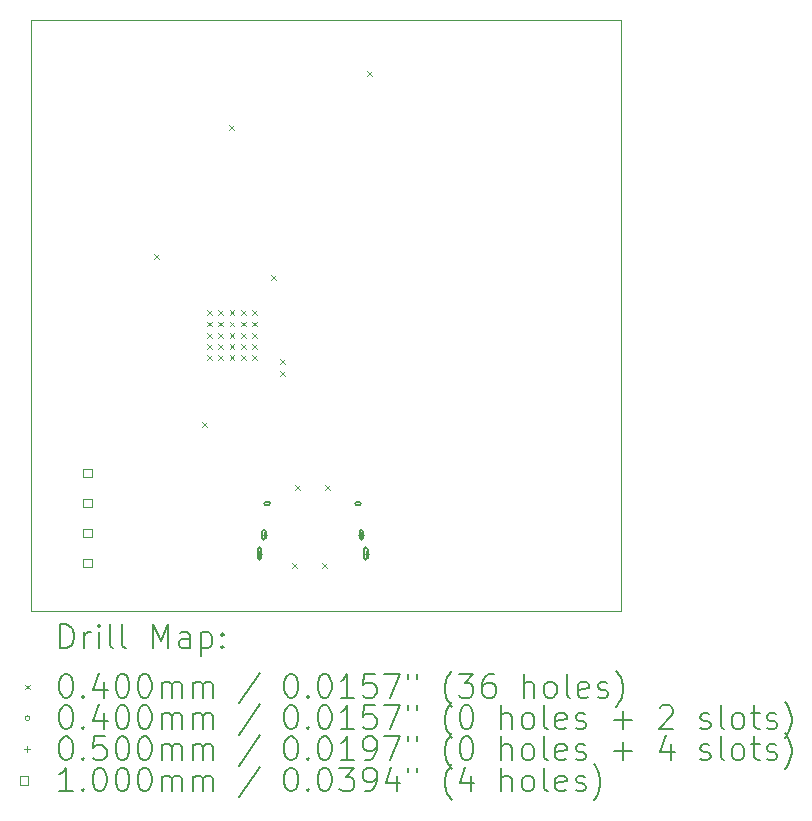
<source format=gbr>
%FSLAX45Y45*%
G04 Gerber Fmt 4.5, Leading zero omitted, Abs format (unit mm)*
G04 Created by KiCad (PCBNEW (6.0.1)) date 2022-02-16 12:21:29*
%MOMM*%
%LPD*%
G01*
G04 APERTURE LIST*
%TA.AperFunction,Profile*%
%ADD10C,0.100000*%
%TD*%
%ADD11C,0.200000*%
%ADD12C,0.040000*%
%ADD13C,0.050000*%
%ADD14C,0.100000*%
G04 APERTURE END LIST*
D10*
X10922000Y-5588000D02*
X15922000Y-5591800D01*
X10922000Y-10588000D02*
X10922000Y-5588000D01*
X15922000Y-10591800D02*
X15922000Y-5591800D01*
X10922000Y-10591800D02*
X15922000Y-10591800D01*
D11*
D12*
X11968800Y-7574600D02*
X12008800Y-7614600D01*
X12008800Y-7574600D02*
X11968800Y-7614600D01*
X12375200Y-8997000D02*
X12415200Y-9037000D01*
X12415200Y-8997000D02*
X12375200Y-9037000D01*
X12416975Y-8048175D02*
X12456975Y-8088175D01*
X12456975Y-8048175D02*
X12416975Y-8088175D01*
X12416975Y-8143175D02*
X12456975Y-8183175D01*
X12456975Y-8143175D02*
X12416975Y-8183175D01*
X12416975Y-8238175D02*
X12456975Y-8278175D01*
X12456975Y-8238175D02*
X12416975Y-8278175D01*
X12416975Y-8333175D02*
X12456975Y-8373175D01*
X12456975Y-8333175D02*
X12416975Y-8373175D01*
X12416975Y-8428175D02*
X12456975Y-8468175D01*
X12456975Y-8428175D02*
X12416975Y-8468175D01*
X12511975Y-8048175D02*
X12551975Y-8088175D01*
X12551975Y-8048175D02*
X12511975Y-8088175D01*
X12511975Y-8143175D02*
X12551975Y-8183175D01*
X12551975Y-8143175D02*
X12511975Y-8183175D01*
X12511975Y-8238175D02*
X12551975Y-8278175D01*
X12551975Y-8238175D02*
X12511975Y-8278175D01*
X12511975Y-8333175D02*
X12551975Y-8373175D01*
X12551975Y-8333175D02*
X12511975Y-8373175D01*
X12511975Y-8428175D02*
X12551975Y-8468175D01*
X12551975Y-8428175D02*
X12511975Y-8468175D01*
X12603800Y-6482400D02*
X12643800Y-6522400D01*
X12643800Y-6482400D02*
X12603800Y-6522400D01*
X12606975Y-8048175D02*
X12646975Y-8088175D01*
X12646975Y-8048175D02*
X12606975Y-8088175D01*
X12606975Y-8143175D02*
X12646975Y-8183175D01*
X12646975Y-8143175D02*
X12606975Y-8183175D01*
X12606975Y-8238175D02*
X12646975Y-8278175D01*
X12646975Y-8238175D02*
X12606975Y-8278175D01*
X12606975Y-8333175D02*
X12646975Y-8373175D01*
X12646975Y-8333175D02*
X12606975Y-8373175D01*
X12606975Y-8428175D02*
X12646975Y-8468175D01*
X12646975Y-8428175D02*
X12606975Y-8468175D01*
X12701975Y-8048175D02*
X12741975Y-8088175D01*
X12741975Y-8048175D02*
X12701975Y-8088175D01*
X12701975Y-8143175D02*
X12741975Y-8183175D01*
X12741975Y-8143175D02*
X12701975Y-8183175D01*
X12701975Y-8238175D02*
X12741975Y-8278175D01*
X12741975Y-8238175D02*
X12701975Y-8278175D01*
X12701975Y-8333175D02*
X12741975Y-8373175D01*
X12741975Y-8333175D02*
X12701975Y-8373175D01*
X12701975Y-8428175D02*
X12741975Y-8468175D01*
X12741975Y-8428175D02*
X12701975Y-8468175D01*
X12796975Y-8048175D02*
X12836975Y-8088175D01*
X12836975Y-8048175D02*
X12796975Y-8088175D01*
X12796975Y-8143175D02*
X12836975Y-8183175D01*
X12836975Y-8143175D02*
X12796975Y-8183175D01*
X12796975Y-8238175D02*
X12836975Y-8278175D01*
X12836975Y-8238175D02*
X12796975Y-8278175D01*
X12796975Y-8333175D02*
X12836975Y-8373175D01*
X12836975Y-8333175D02*
X12796975Y-8373175D01*
X12796975Y-8428175D02*
X12836975Y-8468175D01*
X12836975Y-8428175D02*
X12796975Y-8468175D01*
X12959400Y-7752400D02*
X12999400Y-7792400D01*
X12999400Y-7752400D02*
X12959400Y-7792400D01*
X13035600Y-8463600D02*
X13075600Y-8503600D01*
X13075600Y-8463600D02*
X13035600Y-8503600D01*
X13035600Y-8565200D02*
X13075600Y-8605200D01*
X13075600Y-8565200D02*
X13035600Y-8605200D01*
X13137200Y-10190800D02*
X13177200Y-10230800D01*
X13177200Y-10190800D02*
X13137200Y-10230800D01*
X13162600Y-9530400D02*
X13202600Y-9570400D01*
X13202600Y-9530400D02*
X13162600Y-9570400D01*
X13391200Y-10190800D02*
X13431200Y-10230800D01*
X13431200Y-10190800D02*
X13391200Y-10230800D01*
X13416600Y-9530400D02*
X13456600Y-9570400D01*
X13456600Y-9530400D02*
X13416600Y-9570400D01*
X13772200Y-6025200D02*
X13812200Y-6065200D01*
X13812200Y-6025200D02*
X13772200Y-6065200D01*
X12945100Y-9681400D02*
G75*
G03*
X12945100Y-9681400I-20000J0D01*
G01*
D11*
X12907250Y-9691400D02*
X12942950Y-9691400D01*
X12907250Y-9671400D02*
X12942950Y-9671400D01*
X12942950Y-9691400D02*
G75*
G03*
X12942950Y-9671400I0J10000D01*
G01*
X12907250Y-9671400D02*
G75*
G03*
X12907250Y-9691400I0J-10000D01*
G01*
D12*
X13714100Y-9681400D02*
G75*
G03*
X13714100Y-9681400I-20000J0D01*
G01*
D11*
X13676250Y-9691400D02*
X13711950Y-9691400D01*
X13676250Y-9671400D02*
X13711950Y-9671400D01*
X13711950Y-9691400D02*
G75*
G03*
X13711950Y-9671400I0J10000D01*
G01*
X13676250Y-9671400D02*
G75*
G03*
X13676250Y-9691400I0J-10000D01*
G01*
D13*
X12859600Y-10082400D02*
X12859600Y-10132400D01*
X12834600Y-10107400D02*
X12884600Y-10107400D01*
D11*
X12844600Y-10067400D02*
X12844600Y-10147400D01*
X12874600Y-10067400D02*
X12874600Y-10147400D01*
X12844600Y-10147400D02*
G75*
G03*
X12874600Y-10147400I15000J0D01*
G01*
X12874600Y-10067400D02*
G75*
G03*
X12844600Y-10067400I-15000J0D01*
G01*
D13*
X12897100Y-9922400D02*
X12897100Y-9972400D01*
X12872100Y-9947400D02*
X12922100Y-9947400D01*
D11*
X12882100Y-9917400D02*
X12882100Y-9977400D01*
X12912100Y-9917400D02*
X12912100Y-9977400D01*
X12882100Y-9977400D02*
G75*
G03*
X12912100Y-9977400I15000J0D01*
G01*
X12912100Y-9917400D02*
G75*
G03*
X12882100Y-9917400I-15000J0D01*
G01*
D13*
X13722100Y-9922400D02*
X13722100Y-9972400D01*
X13697100Y-9947400D02*
X13747100Y-9947400D01*
D11*
X13707100Y-9917400D02*
X13707100Y-9977400D01*
X13737100Y-9917400D02*
X13737100Y-9977400D01*
X13707100Y-9977400D02*
G75*
G03*
X13737100Y-9977400I15000J0D01*
G01*
X13737100Y-9917400D02*
G75*
G03*
X13707100Y-9917400I-15000J0D01*
G01*
D13*
X13759600Y-10082400D02*
X13759600Y-10132400D01*
X13734600Y-10107400D02*
X13784600Y-10107400D01*
D11*
X13744600Y-10067400D02*
X13744600Y-10147400D01*
X13774600Y-10067400D02*
X13774600Y-10147400D01*
X13744600Y-10147400D02*
G75*
G03*
X13774600Y-10147400I15000J0D01*
G01*
X13774600Y-10067400D02*
G75*
G03*
X13744600Y-10067400I-15000J0D01*
G01*
D14*
X11439956Y-9459756D02*
X11439956Y-9389044D01*
X11369244Y-9389044D01*
X11369244Y-9459756D01*
X11439956Y-9459756D01*
X11439956Y-9713756D02*
X11439956Y-9643044D01*
X11369244Y-9643044D01*
X11369244Y-9713756D01*
X11439956Y-9713756D01*
X11439956Y-9967756D02*
X11439956Y-9897044D01*
X11369244Y-9897044D01*
X11369244Y-9967756D01*
X11439956Y-9967756D01*
X11439956Y-10221756D02*
X11439956Y-10151044D01*
X11369244Y-10151044D01*
X11369244Y-10221756D01*
X11439956Y-10221756D01*
D11*
X11174619Y-10907276D02*
X11174619Y-10707276D01*
X11222238Y-10707276D01*
X11250809Y-10716800D01*
X11269857Y-10735848D01*
X11279381Y-10754895D01*
X11288905Y-10792990D01*
X11288905Y-10821562D01*
X11279381Y-10859657D01*
X11269857Y-10878705D01*
X11250809Y-10897752D01*
X11222238Y-10907276D01*
X11174619Y-10907276D01*
X11374619Y-10907276D02*
X11374619Y-10773943D01*
X11374619Y-10812038D02*
X11384143Y-10792990D01*
X11393667Y-10783467D01*
X11412714Y-10773943D01*
X11431762Y-10773943D01*
X11498428Y-10907276D02*
X11498428Y-10773943D01*
X11498428Y-10707276D02*
X11488905Y-10716800D01*
X11498428Y-10726324D01*
X11507952Y-10716800D01*
X11498428Y-10707276D01*
X11498428Y-10726324D01*
X11622238Y-10907276D02*
X11603190Y-10897752D01*
X11593667Y-10878705D01*
X11593667Y-10707276D01*
X11727000Y-10907276D02*
X11707952Y-10897752D01*
X11698428Y-10878705D01*
X11698428Y-10707276D01*
X11955571Y-10907276D02*
X11955571Y-10707276D01*
X12022238Y-10850133D01*
X12088905Y-10707276D01*
X12088905Y-10907276D01*
X12269857Y-10907276D02*
X12269857Y-10802514D01*
X12260333Y-10783467D01*
X12241286Y-10773943D01*
X12203190Y-10773943D01*
X12184143Y-10783467D01*
X12269857Y-10897752D02*
X12250809Y-10907276D01*
X12203190Y-10907276D01*
X12184143Y-10897752D01*
X12174619Y-10878705D01*
X12174619Y-10859657D01*
X12184143Y-10840610D01*
X12203190Y-10831086D01*
X12250809Y-10831086D01*
X12269857Y-10821562D01*
X12365095Y-10773943D02*
X12365095Y-10973943D01*
X12365095Y-10783467D02*
X12384143Y-10773943D01*
X12422238Y-10773943D01*
X12441286Y-10783467D01*
X12450809Y-10792990D01*
X12460333Y-10812038D01*
X12460333Y-10869181D01*
X12450809Y-10888229D01*
X12441286Y-10897752D01*
X12422238Y-10907276D01*
X12384143Y-10907276D01*
X12365095Y-10897752D01*
X12546048Y-10888229D02*
X12555571Y-10897752D01*
X12546048Y-10907276D01*
X12536524Y-10897752D01*
X12546048Y-10888229D01*
X12546048Y-10907276D01*
X12546048Y-10783467D02*
X12555571Y-10792990D01*
X12546048Y-10802514D01*
X12536524Y-10792990D01*
X12546048Y-10783467D01*
X12546048Y-10802514D01*
D12*
X10877000Y-11216800D02*
X10917000Y-11256800D01*
X10917000Y-11216800D02*
X10877000Y-11256800D01*
D11*
X11212714Y-11127276D02*
X11231762Y-11127276D01*
X11250809Y-11136800D01*
X11260333Y-11146324D01*
X11269857Y-11165371D01*
X11279381Y-11203467D01*
X11279381Y-11251086D01*
X11269857Y-11289181D01*
X11260333Y-11308228D01*
X11250809Y-11317752D01*
X11231762Y-11327276D01*
X11212714Y-11327276D01*
X11193667Y-11317752D01*
X11184143Y-11308228D01*
X11174619Y-11289181D01*
X11165095Y-11251086D01*
X11165095Y-11203467D01*
X11174619Y-11165371D01*
X11184143Y-11146324D01*
X11193667Y-11136800D01*
X11212714Y-11127276D01*
X11365095Y-11308228D02*
X11374619Y-11317752D01*
X11365095Y-11327276D01*
X11355571Y-11317752D01*
X11365095Y-11308228D01*
X11365095Y-11327276D01*
X11546048Y-11193943D02*
X11546048Y-11327276D01*
X11498428Y-11117752D02*
X11450809Y-11260609D01*
X11574619Y-11260609D01*
X11688905Y-11127276D02*
X11707952Y-11127276D01*
X11727000Y-11136800D01*
X11736524Y-11146324D01*
X11746048Y-11165371D01*
X11755571Y-11203467D01*
X11755571Y-11251086D01*
X11746048Y-11289181D01*
X11736524Y-11308228D01*
X11727000Y-11317752D01*
X11707952Y-11327276D01*
X11688905Y-11327276D01*
X11669857Y-11317752D01*
X11660333Y-11308228D01*
X11650809Y-11289181D01*
X11641286Y-11251086D01*
X11641286Y-11203467D01*
X11650809Y-11165371D01*
X11660333Y-11146324D01*
X11669857Y-11136800D01*
X11688905Y-11127276D01*
X11879381Y-11127276D02*
X11898428Y-11127276D01*
X11917476Y-11136800D01*
X11927000Y-11146324D01*
X11936524Y-11165371D01*
X11946048Y-11203467D01*
X11946048Y-11251086D01*
X11936524Y-11289181D01*
X11927000Y-11308228D01*
X11917476Y-11317752D01*
X11898428Y-11327276D01*
X11879381Y-11327276D01*
X11860333Y-11317752D01*
X11850809Y-11308228D01*
X11841286Y-11289181D01*
X11831762Y-11251086D01*
X11831762Y-11203467D01*
X11841286Y-11165371D01*
X11850809Y-11146324D01*
X11860333Y-11136800D01*
X11879381Y-11127276D01*
X12031762Y-11327276D02*
X12031762Y-11193943D01*
X12031762Y-11212990D02*
X12041286Y-11203467D01*
X12060333Y-11193943D01*
X12088905Y-11193943D01*
X12107952Y-11203467D01*
X12117476Y-11222514D01*
X12117476Y-11327276D01*
X12117476Y-11222514D02*
X12127000Y-11203467D01*
X12146048Y-11193943D01*
X12174619Y-11193943D01*
X12193667Y-11203467D01*
X12203190Y-11222514D01*
X12203190Y-11327276D01*
X12298428Y-11327276D02*
X12298428Y-11193943D01*
X12298428Y-11212990D02*
X12307952Y-11203467D01*
X12327000Y-11193943D01*
X12355571Y-11193943D01*
X12374619Y-11203467D01*
X12384143Y-11222514D01*
X12384143Y-11327276D01*
X12384143Y-11222514D02*
X12393667Y-11203467D01*
X12412714Y-11193943D01*
X12441286Y-11193943D01*
X12460333Y-11203467D01*
X12469857Y-11222514D01*
X12469857Y-11327276D01*
X12860333Y-11117752D02*
X12688905Y-11374895D01*
X13117476Y-11127276D02*
X13136524Y-11127276D01*
X13155571Y-11136800D01*
X13165095Y-11146324D01*
X13174619Y-11165371D01*
X13184143Y-11203467D01*
X13184143Y-11251086D01*
X13174619Y-11289181D01*
X13165095Y-11308228D01*
X13155571Y-11317752D01*
X13136524Y-11327276D01*
X13117476Y-11327276D01*
X13098428Y-11317752D01*
X13088905Y-11308228D01*
X13079381Y-11289181D01*
X13069857Y-11251086D01*
X13069857Y-11203467D01*
X13079381Y-11165371D01*
X13088905Y-11146324D01*
X13098428Y-11136800D01*
X13117476Y-11127276D01*
X13269857Y-11308228D02*
X13279381Y-11317752D01*
X13269857Y-11327276D01*
X13260333Y-11317752D01*
X13269857Y-11308228D01*
X13269857Y-11327276D01*
X13403190Y-11127276D02*
X13422238Y-11127276D01*
X13441286Y-11136800D01*
X13450809Y-11146324D01*
X13460333Y-11165371D01*
X13469857Y-11203467D01*
X13469857Y-11251086D01*
X13460333Y-11289181D01*
X13450809Y-11308228D01*
X13441286Y-11317752D01*
X13422238Y-11327276D01*
X13403190Y-11327276D01*
X13384143Y-11317752D01*
X13374619Y-11308228D01*
X13365095Y-11289181D01*
X13355571Y-11251086D01*
X13355571Y-11203467D01*
X13365095Y-11165371D01*
X13374619Y-11146324D01*
X13384143Y-11136800D01*
X13403190Y-11127276D01*
X13660333Y-11327276D02*
X13546048Y-11327276D01*
X13603190Y-11327276D02*
X13603190Y-11127276D01*
X13584143Y-11155848D01*
X13565095Y-11174895D01*
X13546048Y-11184419D01*
X13841286Y-11127276D02*
X13746048Y-11127276D01*
X13736524Y-11222514D01*
X13746048Y-11212990D01*
X13765095Y-11203467D01*
X13812714Y-11203467D01*
X13831762Y-11212990D01*
X13841286Y-11222514D01*
X13850809Y-11241562D01*
X13850809Y-11289181D01*
X13841286Y-11308228D01*
X13831762Y-11317752D01*
X13812714Y-11327276D01*
X13765095Y-11327276D01*
X13746048Y-11317752D01*
X13736524Y-11308228D01*
X13917476Y-11127276D02*
X14050809Y-11127276D01*
X13965095Y-11327276D01*
X14117476Y-11127276D02*
X14117476Y-11165371D01*
X14193667Y-11127276D02*
X14193667Y-11165371D01*
X14488905Y-11403467D02*
X14479381Y-11393943D01*
X14460333Y-11365371D01*
X14450809Y-11346324D01*
X14441286Y-11317752D01*
X14431762Y-11270133D01*
X14431762Y-11232038D01*
X14441286Y-11184419D01*
X14450809Y-11155848D01*
X14460333Y-11136800D01*
X14479381Y-11108229D01*
X14488905Y-11098705D01*
X14546048Y-11127276D02*
X14669857Y-11127276D01*
X14603190Y-11203467D01*
X14631762Y-11203467D01*
X14650809Y-11212990D01*
X14660333Y-11222514D01*
X14669857Y-11241562D01*
X14669857Y-11289181D01*
X14660333Y-11308228D01*
X14650809Y-11317752D01*
X14631762Y-11327276D01*
X14574619Y-11327276D01*
X14555571Y-11317752D01*
X14546048Y-11308228D01*
X14841286Y-11127276D02*
X14803190Y-11127276D01*
X14784143Y-11136800D01*
X14774619Y-11146324D01*
X14755571Y-11174895D01*
X14746048Y-11212990D01*
X14746048Y-11289181D01*
X14755571Y-11308228D01*
X14765095Y-11317752D01*
X14784143Y-11327276D01*
X14822238Y-11327276D01*
X14841286Y-11317752D01*
X14850809Y-11308228D01*
X14860333Y-11289181D01*
X14860333Y-11241562D01*
X14850809Y-11222514D01*
X14841286Y-11212990D01*
X14822238Y-11203467D01*
X14784143Y-11203467D01*
X14765095Y-11212990D01*
X14755571Y-11222514D01*
X14746048Y-11241562D01*
X15098428Y-11327276D02*
X15098428Y-11127276D01*
X15184143Y-11327276D02*
X15184143Y-11222514D01*
X15174619Y-11203467D01*
X15155571Y-11193943D01*
X15127000Y-11193943D01*
X15107952Y-11203467D01*
X15098428Y-11212990D01*
X15307952Y-11327276D02*
X15288905Y-11317752D01*
X15279381Y-11308228D01*
X15269857Y-11289181D01*
X15269857Y-11232038D01*
X15279381Y-11212990D01*
X15288905Y-11203467D01*
X15307952Y-11193943D01*
X15336524Y-11193943D01*
X15355571Y-11203467D01*
X15365095Y-11212990D01*
X15374619Y-11232038D01*
X15374619Y-11289181D01*
X15365095Y-11308228D01*
X15355571Y-11317752D01*
X15336524Y-11327276D01*
X15307952Y-11327276D01*
X15488905Y-11327276D02*
X15469857Y-11317752D01*
X15460333Y-11298705D01*
X15460333Y-11127276D01*
X15641286Y-11317752D02*
X15622238Y-11327276D01*
X15584143Y-11327276D01*
X15565095Y-11317752D01*
X15555571Y-11298705D01*
X15555571Y-11222514D01*
X15565095Y-11203467D01*
X15584143Y-11193943D01*
X15622238Y-11193943D01*
X15641286Y-11203467D01*
X15650809Y-11222514D01*
X15650809Y-11241562D01*
X15555571Y-11260609D01*
X15727000Y-11317752D02*
X15746048Y-11327276D01*
X15784143Y-11327276D01*
X15803190Y-11317752D01*
X15812714Y-11298705D01*
X15812714Y-11289181D01*
X15803190Y-11270133D01*
X15784143Y-11260609D01*
X15755571Y-11260609D01*
X15736524Y-11251086D01*
X15727000Y-11232038D01*
X15727000Y-11222514D01*
X15736524Y-11203467D01*
X15755571Y-11193943D01*
X15784143Y-11193943D01*
X15803190Y-11203467D01*
X15879381Y-11403467D02*
X15888905Y-11393943D01*
X15907952Y-11365371D01*
X15917476Y-11346324D01*
X15927000Y-11317752D01*
X15936524Y-11270133D01*
X15936524Y-11232038D01*
X15927000Y-11184419D01*
X15917476Y-11155848D01*
X15907952Y-11136800D01*
X15888905Y-11108229D01*
X15879381Y-11098705D01*
D12*
X10917000Y-11500800D02*
G75*
G03*
X10917000Y-11500800I-20000J0D01*
G01*
D11*
X11212714Y-11391276D02*
X11231762Y-11391276D01*
X11250809Y-11400800D01*
X11260333Y-11410324D01*
X11269857Y-11429371D01*
X11279381Y-11467467D01*
X11279381Y-11515086D01*
X11269857Y-11553181D01*
X11260333Y-11572228D01*
X11250809Y-11581752D01*
X11231762Y-11591276D01*
X11212714Y-11591276D01*
X11193667Y-11581752D01*
X11184143Y-11572228D01*
X11174619Y-11553181D01*
X11165095Y-11515086D01*
X11165095Y-11467467D01*
X11174619Y-11429371D01*
X11184143Y-11410324D01*
X11193667Y-11400800D01*
X11212714Y-11391276D01*
X11365095Y-11572228D02*
X11374619Y-11581752D01*
X11365095Y-11591276D01*
X11355571Y-11581752D01*
X11365095Y-11572228D01*
X11365095Y-11591276D01*
X11546048Y-11457943D02*
X11546048Y-11591276D01*
X11498428Y-11381752D02*
X11450809Y-11524609D01*
X11574619Y-11524609D01*
X11688905Y-11391276D02*
X11707952Y-11391276D01*
X11727000Y-11400800D01*
X11736524Y-11410324D01*
X11746048Y-11429371D01*
X11755571Y-11467467D01*
X11755571Y-11515086D01*
X11746048Y-11553181D01*
X11736524Y-11572228D01*
X11727000Y-11581752D01*
X11707952Y-11591276D01*
X11688905Y-11591276D01*
X11669857Y-11581752D01*
X11660333Y-11572228D01*
X11650809Y-11553181D01*
X11641286Y-11515086D01*
X11641286Y-11467467D01*
X11650809Y-11429371D01*
X11660333Y-11410324D01*
X11669857Y-11400800D01*
X11688905Y-11391276D01*
X11879381Y-11391276D02*
X11898428Y-11391276D01*
X11917476Y-11400800D01*
X11927000Y-11410324D01*
X11936524Y-11429371D01*
X11946048Y-11467467D01*
X11946048Y-11515086D01*
X11936524Y-11553181D01*
X11927000Y-11572228D01*
X11917476Y-11581752D01*
X11898428Y-11591276D01*
X11879381Y-11591276D01*
X11860333Y-11581752D01*
X11850809Y-11572228D01*
X11841286Y-11553181D01*
X11831762Y-11515086D01*
X11831762Y-11467467D01*
X11841286Y-11429371D01*
X11850809Y-11410324D01*
X11860333Y-11400800D01*
X11879381Y-11391276D01*
X12031762Y-11591276D02*
X12031762Y-11457943D01*
X12031762Y-11476990D02*
X12041286Y-11467467D01*
X12060333Y-11457943D01*
X12088905Y-11457943D01*
X12107952Y-11467467D01*
X12117476Y-11486514D01*
X12117476Y-11591276D01*
X12117476Y-11486514D02*
X12127000Y-11467467D01*
X12146048Y-11457943D01*
X12174619Y-11457943D01*
X12193667Y-11467467D01*
X12203190Y-11486514D01*
X12203190Y-11591276D01*
X12298428Y-11591276D02*
X12298428Y-11457943D01*
X12298428Y-11476990D02*
X12307952Y-11467467D01*
X12327000Y-11457943D01*
X12355571Y-11457943D01*
X12374619Y-11467467D01*
X12384143Y-11486514D01*
X12384143Y-11591276D01*
X12384143Y-11486514D02*
X12393667Y-11467467D01*
X12412714Y-11457943D01*
X12441286Y-11457943D01*
X12460333Y-11467467D01*
X12469857Y-11486514D01*
X12469857Y-11591276D01*
X12860333Y-11381752D02*
X12688905Y-11638895D01*
X13117476Y-11391276D02*
X13136524Y-11391276D01*
X13155571Y-11400800D01*
X13165095Y-11410324D01*
X13174619Y-11429371D01*
X13184143Y-11467467D01*
X13184143Y-11515086D01*
X13174619Y-11553181D01*
X13165095Y-11572228D01*
X13155571Y-11581752D01*
X13136524Y-11591276D01*
X13117476Y-11591276D01*
X13098428Y-11581752D01*
X13088905Y-11572228D01*
X13079381Y-11553181D01*
X13069857Y-11515086D01*
X13069857Y-11467467D01*
X13079381Y-11429371D01*
X13088905Y-11410324D01*
X13098428Y-11400800D01*
X13117476Y-11391276D01*
X13269857Y-11572228D02*
X13279381Y-11581752D01*
X13269857Y-11591276D01*
X13260333Y-11581752D01*
X13269857Y-11572228D01*
X13269857Y-11591276D01*
X13403190Y-11391276D02*
X13422238Y-11391276D01*
X13441286Y-11400800D01*
X13450809Y-11410324D01*
X13460333Y-11429371D01*
X13469857Y-11467467D01*
X13469857Y-11515086D01*
X13460333Y-11553181D01*
X13450809Y-11572228D01*
X13441286Y-11581752D01*
X13422238Y-11591276D01*
X13403190Y-11591276D01*
X13384143Y-11581752D01*
X13374619Y-11572228D01*
X13365095Y-11553181D01*
X13355571Y-11515086D01*
X13355571Y-11467467D01*
X13365095Y-11429371D01*
X13374619Y-11410324D01*
X13384143Y-11400800D01*
X13403190Y-11391276D01*
X13660333Y-11591276D02*
X13546048Y-11591276D01*
X13603190Y-11591276D02*
X13603190Y-11391276D01*
X13584143Y-11419848D01*
X13565095Y-11438895D01*
X13546048Y-11448419D01*
X13841286Y-11391276D02*
X13746048Y-11391276D01*
X13736524Y-11486514D01*
X13746048Y-11476990D01*
X13765095Y-11467467D01*
X13812714Y-11467467D01*
X13831762Y-11476990D01*
X13841286Y-11486514D01*
X13850809Y-11505562D01*
X13850809Y-11553181D01*
X13841286Y-11572228D01*
X13831762Y-11581752D01*
X13812714Y-11591276D01*
X13765095Y-11591276D01*
X13746048Y-11581752D01*
X13736524Y-11572228D01*
X13917476Y-11391276D02*
X14050809Y-11391276D01*
X13965095Y-11591276D01*
X14117476Y-11391276D02*
X14117476Y-11429371D01*
X14193667Y-11391276D02*
X14193667Y-11429371D01*
X14488905Y-11667467D02*
X14479381Y-11657943D01*
X14460333Y-11629371D01*
X14450809Y-11610324D01*
X14441286Y-11581752D01*
X14431762Y-11534133D01*
X14431762Y-11496038D01*
X14441286Y-11448419D01*
X14450809Y-11419848D01*
X14460333Y-11400800D01*
X14479381Y-11372228D01*
X14488905Y-11362705D01*
X14603190Y-11391276D02*
X14622238Y-11391276D01*
X14641286Y-11400800D01*
X14650809Y-11410324D01*
X14660333Y-11429371D01*
X14669857Y-11467467D01*
X14669857Y-11515086D01*
X14660333Y-11553181D01*
X14650809Y-11572228D01*
X14641286Y-11581752D01*
X14622238Y-11591276D01*
X14603190Y-11591276D01*
X14584143Y-11581752D01*
X14574619Y-11572228D01*
X14565095Y-11553181D01*
X14555571Y-11515086D01*
X14555571Y-11467467D01*
X14565095Y-11429371D01*
X14574619Y-11410324D01*
X14584143Y-11400800D01*
X14603190Y-11391276D01*
X14907952Y-11591276D02*
X14907952Y-11391276D01*
X14993667Y-11591276D02*
X14993667Y-11486514D01*
X14984143Y-11467467D01*
X14965095Y-11457943D01*
X14936524Y-11457943D01*
X14917476Y-11467467D01*
X14907952Y-11476990D01*
X15117476Y-11591276D02*
X15098428Y-11581752D01*
X15088905Y-11572228D01*
X15079381Y-11553181D01*
X15079381Y-11496038D01*
X15088905Y-11476990D01*
X15098428Y-11467467D01*
X15117476Y-11457943D01*
X15146048Y-11457943D01*
X15165095Y-11467467D01*
X15174619Y-11476990D01*
X15184143Y-11496038D01*
X15184143Y-11553181D01*
X15174619Y-11572228D01*
X15165095Y-11581752D01*
X15146048Y-11591276D01*
X15117476Y-11591276D01*
X15298428Y-11591276D02*
X15279381Y-11581752D01*
X15269857Y-11562705D01*
X15269857Y-11391276D01*
X15450809Y-11581752D02*
X15431762Y-11591276D01*
X15393667Y-11591276D01*
X15374619Y-11581752D01*
X15365095Y-11562705D01*
X15365095Y-11486514D01*
X15374619Y-11467467D01*
X15393667Y-11457943D01*
X15431762Y-11457943D01*
X15450809Y-11467467D01*
X15460333Y-11486514D01*
X15460333Y-11505562D01*
X15365095Y-11524609D01*
X15536524Y-11581752D02*
X15555571Y-11591276D01*
X15593667Y-11591276D01*
X15612714Y-11581752D01*
X15622238Y-11562705D01*
X15622238Y-11553181D01*
X15612714Y-11534133D01*
X15593667Y-11524609D01*
X15565095Y-11524609D01*
X15546048Y-11515086D01*
X15536524Y-11496038D01*
X15536524Y-11486514D01*
X15546048Y-11467467D01*
X15565095Y-11457943D01*
X15593667Y-11457943D01*
X15612714Y-11467467D01*
X15860333Y-11515086D02*
X16012714Y-11515086D01*
X15936524Y-11591276D02*
X15936524Y-11438895D01*
X16250809Y-11410324D02*
X16260333Y-11400800D01*
X16279381Y-11391276D01*
X16327000Y-11391276D01*
X16346048Y-11400800D01*
X16355571Y-11410324D01*
X16365095Y-11429371D01*
X16365095Y-11448419D01*
X16355571Y-11476990D01*
X16241286Y-11591276D01*
X16365095Y-11591276D01*
X16593667Y-11581752D02*
X16612714Y-11591276D01*
X16650809Y-11591276D01*
X16669857Y-11581752D01*
X16679381Y-11562705D01*
X16679381Y-11553181D01*
X16669857Y-11534133D01*
X16650809Y-11524609D01*
X16622238Y-11524609D01*
X16603190Y-11515086D01*
X16593667Y-11496038D01*
X16593667Y-11486514D01*
X16603190Y-11467467D01*
X16622238Y-11457943D01*
X16650809Y-11457943D01*
X16669857Y-11467467D01*
X16793667Y-11591276D02*
X16774619Y-11581752D01*
X16765095Y-11562705D01*
X16765095Y-11391276D01*
X16898429Y-11591276D02*
X16879381Y-11581752D01*
X16869857Y-11572228D01*
X16860333Y-11553181D01*
X16860333Y-11496038D01*
X16869857Y-11476990D01*
X16879381Y-11467467D01*
X16898429Y-11457943D01*
X16927000Y-11457943D01*
X16946048Y-11467467D01*
X16955571Y-11476990D01*
X16965095Y-11496038D01*
X16965095Y-11553181D01*
X16955571Y-11572228D01*
X16946048Y-11581752D01*
X16927000Y-11591276D01*
X16898429Y-11591276D01*
X17022238Y-11457943D02*
X17098429Y-11457943D01*
X17050810Y-11391276D02*
X17050810Y-11562705D01*
X17060333Y-11581752D01*
X17079381Y-11591276D01*
X17098429Y-11591276D01*
X17155571Y-11581752D02*
X17174619Y-11591276D01*
X17212714Y-11591276D01*
X17231762Y-11581752D01*
X17241286Y-11562705D01*
X17241286Y-11553181D01*
X17231762Y-11534133D01*
X17212714Y-11524609D01*
X17184143Y-11524609D01*
X17165095Y-11515086D01*
X17155571Y-11496038D01*
X17155571Y-11486514D01*
X17165095Y-11467467D01*
X17184143Y-11457943D01*
X17212714Y-11457943D01*
X17231762Y-11467467D01*
X17307952Y-11667467D02*
X17317476Y-11657943D01*
X17336524Y-11629371D01*
X17346048Y-11610324D01*
X17355571Y-11581752D01*
X17365095Y-11534133D01*
X17365095Y-11496038D01*
X17355571Y-11448419D01*
X17346048Y-11419848D01*
X17336524Y-11400800D01*
X17317476Y-11372228D01*
X17307952Y-11362705D01*
D13*
X10892000Y-11739800D02*
X10892000Y-11789800D01*
X10867000Y-11764800D02*
X10917000Y-11764800D01*
D11*
X11212714Y-11655276D02*
X11231762Y-11655276D01*
X11250809Y-11664800D01*
X11260333Y-11674324D01*
X11269857Y-11693371D01*
X11279381Y-11731467D01*
X11279381Y-11779086D01*
X11269857Y-11817181D01*
X11260333Y-11836228D01*
X11250809Y-11845752D01*
X11231762Y-11855276D01*
X11212714Y-11855276D01*
X11193667Y-11845752D01*
X11184143Y-11836228D01*
X11174619Y-11817181D01*
X11165095Y-11779086D01*
X11165095Y-11731467D01*
X11174619Y-11693371D01*
X11184143Y-11674324D01*
X11193667Y-11664800D01*
X11212714Y-11655276D01*
X11365095Y-11836228D02*
X11374619Y-11845752D01*
X11365095Y-11855276D01*
X11355571Y-11845752D01*
X11365095Y-11836228D01*
X11365095Y-11855276D01*
X11555571Y-11655276D02*
X11460333Y-11655276D01*
X11450809Y-11750514D01*
X11460333Y-11740990D01*
X11479381Y-11731467D01*
X11527000Y-11731467D01*
X11546048Y-11740990D01*
X11555571Y-11750514D01*
X11565095Y-11769562D01*
X11565095Y-11817181D01*
X11555571Y-11836228D01*
X11546048Y-11845752D01*
X11527000Y-11855276D01*
X11479381Y-11855276D01*
X11460333Y-11845752D01*
X11450809Y-11836228D01*
X11688905Y-11655276D02*
X11707952Y-11655276D01*
X11727000Y-11664800D01*
X11736524Y-11674324D01*
X11746048Y-11693371D01*
X11755571Y-11731467D01*
X11755571Y-11779086D01*
X11746048Y-11817181D01*
X11736524Y-11836228D01*
X11727000Y-11845752D01*
X11707952Y-11855276D01*
X11688905Y-11855276D01*
X11669857Y-11845752D01*
X11660333Y-11836228D01*
X11650809Y-11817181D01*
X11641286Y-11779086D01*
X11641286Y-11731467D01*
X11650809Y-11693371D01*
X11660333Y-11674324D01*
X11669857Y-11664800D01*
X11688905Y-11655276D01*
X11879381Y-11655276D02*
X11898428Y-11655276D01*
X11917476Y-11664800D01*
X11927000Y-11674324D01*
X11936524Y-11693371D01*
X11946048Y-11731467D01*
X11946048Y-11779086D01*
X11936524Y-11817181D01*
X11927000Y-11836228D01*
X11917476Y-11845752D01*
X11898428Y-11855276D01*
X11879381Y-11855276D01*
X11860333Y-11845752D01*
X11850809Y-11836228D01*
X11841286Y-11817181D01*
X11831762Y-11779086D01*
X11831762Y-11731467D01*
X11841286Y-11693371D01*
X11850809Y-11674324D01*
X11860333Y-11664800D01*
X11879381Y-11655276D01*
X12031762Y-11855276D02*
X12031762Y-11721943D01*
X12031762Y-11740990D02*
X12041286Y-11731467D01*
X12060333Y-11721943D01*
X12088905Y-11721943D01*
X12107952Y-11731467D01*
X12117476Y-11750514D01*
X12117476Y-11855276D01*
X12117476Y-11750514D02*
X12127000Y-11731467D01*
X12146048Y-11721943D01*
X12174619Y-11721943D01*
X12193667Y-11731467D01*
X12203190Y-11750514D01*
X12203190Y-11855276D01*
X12298428Y-11855276D02*
X12298428Y-11721943D01*
X12298428Y-11740990D02*
X12307952Y-11731467D01*
X12327000Y-11721943D01*
X12355571Y-11721943D01*
X12374619Y-11731467D01*
X12384143Y-11750514D01*
X12384143Y-11855276D01*
X12384143Y-11750514D02*
X12393667Y-11731467D01*
X12412714Y-11721943D01*
X12441286Y-11721943D01*
X12460333Y-11731467D01*
X12469857Y-11750514D01*
X12469857Y-11855276D01*
X12860333Y-11645752D02*
X12688905Y-11902895D01*
X13117476Y-11655276D02*
X13136524Y-11655276D01*
X13155571Y-11664800D01*
X13165095Y-11674324D01*
X13174619Y-11693371D01*
X13184143Y-11731467D01*
X13184143Y-11779086D01*
X13174619Y-11817181D01*
X13165095Y-11836228D01*
X13155571Y-11845752D01*
X13136524Y-11855276D01*
X13117476Y-11855276D01*
X13098428Y-11845752D01*
X13088905Y-11836228D01*
X13079381Y-11817181D01*
X13069857Y-11779086D01*
X13069857Y-11731467D01*
X13079381Y-11693371D01*
X13088905Y-11674324D01*
X13098428Y-11664800D01*
X13117476Y-11655276D01*
X13269857Y-11836228D02*
X13279381Y-11845752D01*
X13269857Y-11855276D01*
X13260333Y-11845752D01*
X13269857Y-11836228D01*
X13269857Y-11855276D01*
X13403190Y-11655276D02*
X13422238Y-11655276D01*
X13441286Y-11664800D01*
X13450809Y-11674324D01*
X13460333Y-11693371D01*
X13469857Y-11731467D01*
X13469857Y-11779086D01*
X13460333Y-11817181D01*
X13450809Y-11836228D01*
X13441286Y-11845752D01*
X13422238Y-11855276D01*
X13403190Y-11855276D01*
X13384143Y-11845752D01*
X13374619Y-11836228D01*
X13365095Y-11817181D01*
X13355571Y-11779086D01*
X13355571Y-11731467D01*
X13365095Y-11693371D01*
X13374619Y-11674324D01*
X13384143Y-11664800D01*
X13403190Y-11655276D01*
X13660333Y-11855276D02*
X13546048Y-11855276D01*
X13603190Y-11855276D02*
X13603190Y-11655276D01*
X13584143Y-11683848D01*
X13565095Y-11702895D01*
X13546048Y-11712419D01*
X13755571Y-11855276D02*
X13793667Y-11855276D01*
X13812714Y-11845752D01*
X13822238Y-11836228D01*
X13841286Y-11807657D01*
X13850809Y-11769562D01*
X13850809Y-11693371D01*
X13841286Y-11674324D01*
X13831762Y-11664800D01*
X13812714Y-11655276D01*
X13774619Y-11655276D01*
X13755571Y-11664800D01*
X13746048Y-11674324D01*
X13736524Y-11693371D01*
X13736524Y-11740990D01*
X13746048Y-11760038D01*
X13755571Y-11769562D01*
X13774619Y-11779086D01*
X13812714Y-11779086D01*
X13831762Y-11769562D01*
X13841286Y-11760038D01*
X13850809Y-11740990D01*
X13917476Y-11655276D02*
X14050809Y-11655276D01*
X13965095Y-11855276D01*
X14117476Y-11655276D02*
X14117476Y-11693371D01*
X14193667Y-11655276D02*
X14193667Y-11693371D01*
X14488905Y-11931467D02*
X14479381Y-11921943D01*
X14460333Y-11893371D01*
X14450809Y-11874324D01*
X14441286Y-11845752D01*
X14431762Y-11798133D01*
X14431762Y-11760038D01*
X14441286Y-11712419D01*
X14450809Y-11683848D01*
X14460333Y-11664800D01*
X14479381Y-11636228D01*
X14488905Y-11626705D01*
X14603190Y-11655276D02*
X14622238Y-11655276D01*
X14641286Y-11664800D01*
X14650809Y-11674324D01*
X14660333Y-11693371D01*
X14669857Y-11731467D01*
X14669857Y-11779086D01*
X14660333Y-11817181D01*
X14650809Y-11836228D01*
X14641286Y-11845752D01*
X14622238Y-11855276D01*
X14603190Y-11855276D01*
X14584143Y-11845752D01*
X14574619Y-11836228D01*
X14565095Y-11817181D01*
X14555571Y-11779086D01*
X14555571Y-11731467D01*
X14565095Y-11693371D01*
X14574619Y-11674324D01*
X14584143Y-11664800D01*
X14603190Y-11655276D01*
X14907952Y-11855276D02*
X14907952Y-11655276D01*
X14993667Y-11855276D02*
X14993667Y-11750514D01*
X14984143Y-11731467D01*
X14965095Y-11721943D01*
X14936524Y-11721943D01*
X14917476Y-11731467D01*
X14907952Y-11740990D01*
X15117476Y-11855276D02*
X15098428Y-11845752D01*
X15088905Y-11836228D01*
X15079381Y-11817181D01*
X15079381Y-11760038D01*
X15088905Y-11740990D01*
X15098428Y-11731467D01*
X15117476Y-11721943D01*
X15146048Y-11721943D01*
X15165095Y-11731467D01*
X15174619Y-11740990D01*
X15184143Y-11760038D01*
X15184143Y-11817181D01*
X15174619Y-11836228D01*
X15165095Y-11845752D01*
X15146048Y-11855276D01*
X15117476Y-11855276D01*
X15298428Y-11855276D02*
X15279381Y-11845752D01*
X15269857Y-11826705D01*
X15269857Y-11655276D01*
X15450809Y-11845752D02*
X15431762Y-11855276D01*
X15393667Y-11855276D01*
X15374619Y-11845752D01*
X15365095Y-11826705D01*
X15365095Y-11750514D01*
X15374619Y-11731467D01*
X15393667Y-11721943D01*
X15431762Y-11721943D01*
X15450809Y-11731467D01*
X15460333Y-11750514D01*
X15460333Y-11769562D01*
X15365095Y-11788609D01*
X15536524Y-11845752D02*
X15555571Y-11855276D01*
X15593667Y-11855276D01*
X15612714Y-11845752D01*
X15622238Y-11826705D01*
X15622238Y-11817181D01*
X15612714Y-11798133D01*
X15593667Y-11788609D01*
X15565095Y-11788609D01*
X15546048Y-11779086D01*
X15536524Y-11760038D01*
X15536524Y-11750514D01*
X15546048Y-11731467D01*
X15565095Y-11721943D01*
X15593667Y-11721943D01*
X15612714Y-11731467D01*
X15860333Y-11779086D02*
X16012714Y-11779086D01*
X15936524Y-11855276D02*
X15936524Y-11702895D01*
X16346048Y-11721943D02*
X16346048Y-11855276D01*
X16298428Y-11645752D02*
X16250809Y-11788609D01*
X16374619Y-11788609D01*
X16593667Y-11845752D02*
X16612714Y-11855276D01*
X16650809Y-11855276D01*
X16669857Y-11845752D01*
X16679381Y-11826705D01*
X16679381Y-11817181D01*
X16669857Y-11798133D01*
X16650809Y-11788609D01*
X16622238Y-11788609D01*
X16603190Y-11779086D01*
X16593667Y-11760038D01*
X16593667Y-11750514D01*
X16603190Y-11731467D01*
X16622238Y-11721943D01*
X16650809Y-11721943D01*
X16669857Y-11731467D01*
X16793667Y-11855276D02*
X16774619Y-11845752D01*
X16765095Y-11826705D01*
X16765095Y-11655276D01*
X16898429Y-11855276D02*
X16879381Y-11845752D01*
X16869857Y-11836228D01*
X16860333Y-11817181D01*
X16860333Y-11760038D01*
X16869857Y-11740990D01*
X16879381Y-11731467D01*
X16898429Y-11721943D01*
X16927000Y-11721943D01*
X16946048Y-11731467D01*
X16955571Y-11740990D01*
X16965095Y-11760038D01*
X16965095Y-11817181D01*
X16955571Y-11836228D01*
X16946048Y-11845752D01*
X16927000Y-11855276D01*
X16898429Y-11855276D01*
X17022238Y-11721943D02*
X17098429Y-11721943D01*
X17050810Y-11655276D02*
X17050810Y-11826705D01*
X17060333Y-11845752D01*
X17079381Y-11855276D01*
X17098429Y-11855276D01*
X17155571Y-11845752D02*
X17174619Y-11855276D01*
X17212714Y-11855276D01*
X17231762Y-11845752D01*
X17241286Y-11826705D01*
X17241286Y-11817181D01*
X17231762Y-11798133D01*
X17212714Y-11788609D01*
X17184143Y-11788609D01*
X17165095Y-11779086D01*
X17155571Y-11760038D01*
X17155571Y-11750514D01*
X17165095Y-11731467D01*
X17184143Y-11721943D01*
X17212714Y-11721943D01*
X17231762Y-11731467D01*
X17307952Y-11931467D02*
X17317476Y-11921943D01*
X17336524Y-11893371D01*
X17346048Y-11874324D01*
X17355571Y-11845752D01*
X17365095Y-11798133D01*
X17365095Y-11760038D01*
X17355571Y-11712419D01*
X17346048Y-11683848D01*
X17336524Y-11664800D01*
X17317476Y-11636228D01*
X17307952Y-11626705D01*
D14*
X10902356Y-12064156D02*
X10902356Y-11993444D01*
X10831644Y-11993444D01*
X10831644Y-12064156D01*
X10902356Y-12064156D01*
D11*
X11279381Y-12119276D02*
X11165095Y-12119276D01*
X11222238Y-12119276D02*
X11222238Y-11919276D01*
X11203190Y-11947848D01*
X11184143Y-11966895D01*
X11165095Y-11976419D01*
X11365095Y-12100228D02*
X11374619Y-12109752D01*
X11365095Y-12119276D01*
X11355571Y-12109752D01*
X11365095Y-12100228D01*
X11365095Y-12119276D01*
X11498428Y-11919276D02*
X11517476Y-11919276D01*
X11536524Y-11928800D01*
X11546048Y-11938324D01*
X11555571Y-11957371D01*
X11565095Y-11995467D01*
X11565095Y-12043086D01*
X11555571Y-12081181D01*
X11546048Y-12100228D01*
X11536524Y-12109752D01*
X11517476Y-12119276D01*
X11498428Y-12119276D01*
X11479381Y-12109752D01*
X11469857Y-12100228D01*
X11460333Y-12081181D01*
X11450809Y-12043086D01*
X11450809Y-11995467D01*
X11460333Y-11957371D01*
X11469857Y-11938324D01*
X11479381Y-11928800D01*
X11498428Y-11919276D01*
X11688905Y-11919276D02*
X11707952Y-11919276D01*
X11727000Y-11928800D01*
X11736524Y-11938324D01*
X11746048Y-11957371D01*
X11755571Y-11995467D01*
X11755571Y-12043086D01*
X11746048Y-12081181D01*
X11736524Y-12100228D01*
X11727000Y-12109752D01*
X11707952Y-12119276D01*
X11688905Y-12119276D01*
X11669857Y-12109752D01*
X11660333Y-12100228D01*
X11650809Y-12081181D01*
X11641286Y-12043086D01*
X11641286Y-11995467D01*
X11650809Y-11957371D01*
X11660333Y-11938324D01*
X11669857Y-11928800D01*
X11688905Y-11919276D01*
X11879381Y-11919276D02*
X11898428Y-11919276D01*
X11917476Y-11928800D01*
X11927000Y-11938324D01*
X11936524Y-11957371D01*
X11946048Y-11995467D01*
X11946048Y-12043086D01*
X11936524Y-12081181D01*
X11927000Y-12100228D01*
X11917476Y-12109752D01*
X11898428Y-12119276D01*
X11879381Y-12119276D01*
X11860333Y-12109752D01*
X11850809Y-12100228D01*
X11841286Y-12081181D01*
X11831762Y-12043086D01*
X11831762Y-11995467D01*
X11841286Y-11957371D01*
X11850809Y-11938324D01*
X11860333Y-11928800D01*
X11879381Y-11919276D01*
X12031762Y-12119276D02*
X12031762Y-11985943D01*
X12031762Y-12004990D02*
X12041286Y-11995467D01*
X12060333Y-11985943D01*
X12088905Y-11985943D01*
X12107952Y-11995467D01*
X12117476Y-12014514D01*
X12117476Y-12119276D01*
X12117476Y-12014514D02*
X12127000Y-11995467D01*
X12146048Y-11985943D01*
X12174619Y-11985943D01*
X12193667Y-11995467D01*
X12203190Y-12014514D01*
X12203190Y-12119276D01*
X12298428Y-12119276D02*
X12298428Y-11985943D01*
X12298428Y-12004990D02*
X12307952Y-11995467D01*
X12327000Y-11985943D01*
X12355571Y-11985943D01*
X12374619Y-11995467D01*
X12384143Y-12014514D01*
X12384143Y-12119276D01*
X12384143Y-12014514D02*
X12393667Y-11995467D01*
X12412714Y-11985943D01*
X12441286Y-11985943D01*
X12460333Y-11995467D01*
X12469857Y-12014514D01*
X12469857Y-12119276D01*
X12860333Y-11909752D02*
X12688905Y-12166895D01*
X13117476Y-11919276D02*
X13136524Y-11919276D01*
X13155571Y-11928800D01*
X13165095Y-11938324D01*
X13174619Y-11957371D01*
X13184143Y-11995467D01*
X13184143Y-12043086D01*
X13174619Y-12081181D01*
X13165095Y-12100228D01*
X13155571Y-12109752D01*
X13136524Y-12119276D01*
X13117476Y-12119276D01*
X13098428Y-12109752D01*
X13088905Y-12100228D01*
X13079381Y-12081181D01*
X13069857Y-12043086D01*
X13069857Y-11995467D01*
X13079381Y-11957371D01*
X13088905Y-11938324D01*
X13098428Y-11928800D01*
X13117476Y-11919276D01*
X13269857Y-12100228D02*
X13279381Y-12109752D01*
X13269857Y-12119276D01*
X13260333Y-12109752D01*
X13269857Y-12100228D01*
X13269857Y-12119276D01*
X13403190Y-11919276D02*
X13422238Y-11919276D01*
X13441286Y-11928800D01*
X13450809Y-11938324D01*
X13460333Y-11957371D01*
X13469857Y-11995467D01*
X13469857Y-12043086D01*
X13460333Y-12081181D01*
X13450809Y-12100228D01*
X13441286Y-12109752D01*
X13422238Y-12119276D01*
X13403190Y-12119276D01*
X13384143Y-12109752D01*
X13374619Y-12100228D01*
X13365095Y-12081181D01*
X13355571Y-12043086D01*
X13355571Y-11995467D01*
X13365095Y-11957371D01*
X13374619Y-11938324D01*
X13384143Y-11928800D01*
X13403190Y-11919276D01*
X13536524Y-11919276D02*
X13660333Y-11919276D01*
X13593667Y-11995467D01*
X13622238Y-11995467D01*
X13641286Y-12004990D01*
X13650809Y-12014514D01*
X13660333Y-12033562D01*
X13660333Y-12081181D01*
X13650809Y-12100228D01*
X13641286Y-12109752D01*
X13622238Y-12119276D01*
X13565095Y-12119276D01*
X13546048Y-12109752D01*
X13536524Y-12100228D01*
X13755571Y-12119276D02*
X13793667Y-12119276D01*
X13812714Y-12109752D01*
X13822238Y-12100228D01*
X13841286Y-12071657D01*
X13850809Y-12033562D01*
X13850809Y-11957371D01*
X13841286Y-11938324D01*
X13831762Y-11928800D01*
X13812714Y-11919276D01*
X13774619Y-11919276D01*
X13755571Y-11928800D01*
X13746048Y-11938324D01*
X13736524Y-11957371D01*
X13736524Y-12004990D01*
X13746048Y-12024038D01*
X13755571Y-12033562D01*
X13774619Y-12043086D01*
X13812714Y-12043086D01*
X13831762Y-12033562D01*
X13841286Y-12024038D01*
X13850809Y-12004990D01*
X14022238Y-11985943D02*
X14022238Y-12119276D01*
X13974619Y-11909752D02*
X13927000Y-12052609D01*
X14050809Y-12052609D01*
X14117476Y-11919276D02*
X14117476Y-11957371D01*
X14193667Y-11919276D02*
X14193667Y-11957371D01*
X14488905Y-12195467D02*
X14479381Y-12185943D01*
X14460333Y-12157371D01*
X14450809Y-12138324D01*
X14441286Y-12109752D01*
X14431762Y-12062133D01*
X14431762Y-12024038D01*
X14441286Y-11976419D01*
X14450809Y-11947848D01*
X14460333Y-11928800D01*
X14479381Y-11900228D01*
X14488905Y-11890705D01*
X14650809Y-11985943D02*
X14650809Y-12119276D01*
X14603190Y-11909752D02*
X14555571Y-12052609D01*
X14679381Y-12052609D01*
X14907952Y-12119276D02*
X14907952Y-11919276D01*
X14993667Y-12119276D02*
X14993667Y-12014514D01*
X14984143Y-11995467D01*
X14965095Y-11985943D01*
X14936524Y-11985943D01*
X14917476Y-11995467D01*
X14907952Y-12004990D01*
X15117476Y-12119276D02*
X15098428Y-12109752D01*
X15088905Y-12100228D01*
X15079381Y-12081181D01*
X15079381Y-12024038D01*
X15088905Y-12004990D01*
X15098428Y-11995467D01*
X15117476Y-11985943D01*
X15146048Y-11985943D01*
X15165095Y-11995467D01*
X15174619Y-12004990D01*
X15184143Y-12024038D01*
X15184143Y-12081181D01*
X15174619Y-12100228D01*
X15165095Y-12109752D01*
X15146048Y-12119276D01*
X15117476Y-12119276D01*
X15298428Y-12119276D02*
X15279381Y-12109752D01*
X15269857Y-12090705D01*
X15269857Y-11919276D01*
X15450809Y-12109752D02*
X15431762Y-12119276D01*
X15393667Y-12119276D01*
X15374619Y-12109752D01*
X15365095Y-12090705D01*
X15365095Y-12014514D01*
X15374619Y-11995467D01*
X15393667Y-11985943D01*
X15431762Y-11985943D01*
X15450809Y-11995467D01*
X15460333Y-12014514D01*
X15460333Y-12033562D01*
X15365095Y-12052609D01*
X15536524Y-12109752D02*
X15555571Y-12119276D01*
X15593667Y-12119276D01*
X15612714Y-12109752D01*
X15622238Y-12090705D01*
X15622238Y-12081181D01*
X15612714Y-12062133D01*
X15593667Y-12052609D01*
X15565095Y-12052609D01*
X15546048Y-12043086D01*
X15536524Y-12024038D01*
X15536524Y-12014514D01*
X15546048Y-11995467D01*
X15565095Y-11985943D01*
X15593667Y-11985943D01*
X15612714Y-11995467D01*
X15688905Y-12195467D02*
X15698428Y-12185943D01*
X15717476Y-12157371D01*
X15727000Y-12138324D01*
X15736524Y-12109752D01*
X15746048Y-12062133D01*
X15746048Y-12024038D01*
X15736524Y-11976419D01*
X15727000Y-11947848D01*
X15717476Y-11928800D01*
X15698428Y-11900228D01*
X15688905Y-11890705D01*
M02*

</source>
